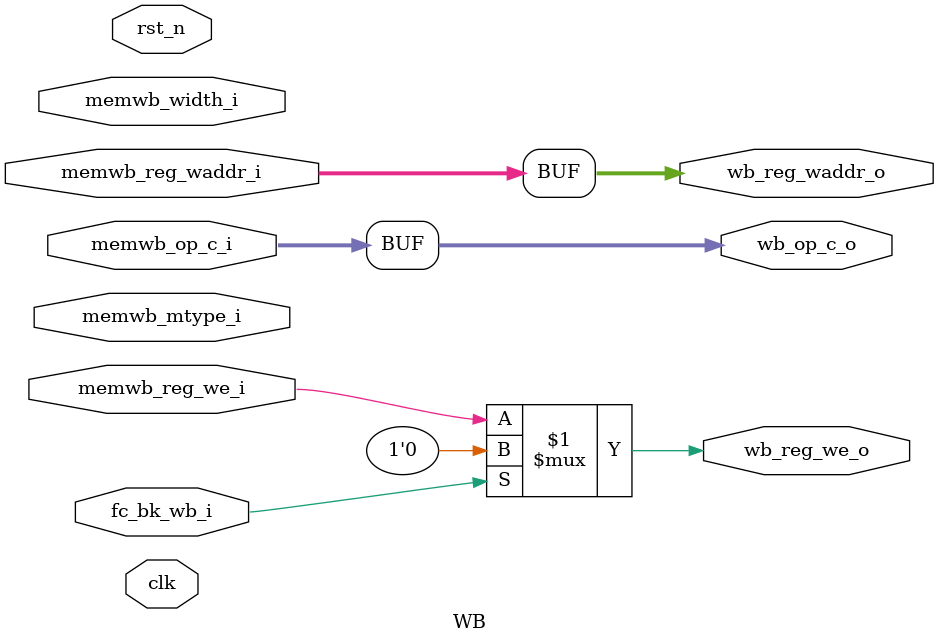
<source format=v>
module WB (
    input   wire                    clk,
    input   wire                    rst_n,
    //from mem_wb_reg
    input   wire            [31:0]  memwb_op_c_i,
    input   wire            [4:0]   memwb_reg_waddr_i,
    input   wire                    memwb_reg_we_i,

    input   wire                    memwb_mtype_i,
    input   wire            [1:0]   memwb_width_i,
    //to regs
    output  wire            [31:0]  wb_op_c_o,
    output  wire            [4:0]   wb_reg_waddr_o,
    output  wire                    wb_reg_we_o,

    //from fc
    input   wire                    fc_bk_wb_i
);

    assign wb_op_c_o = memwb_op_c_i;
    assign wb_reg_waddr_o = memwb_reg_waddr_i;
    assign wb_reg_we_o = fc_bk_wb_i ? 1'b0 : memwb_reg_we_i;
    

endmodule
</source>
